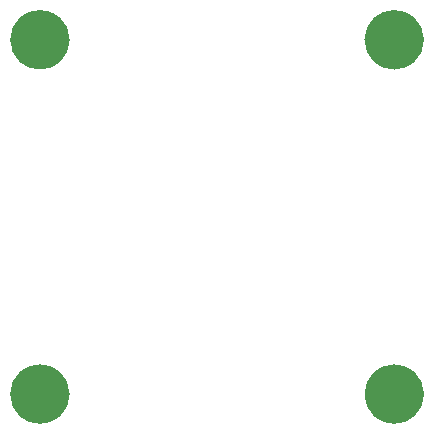
<source format=gbs>
%TF.GenerationSoftware,KiCad,Pcbnew,8.0.8*%
%TF.CreationDate,2025-01-29T17:06:01+00:00*%
%TF.ProjectId,ec30_3x3_l_mh_0.1,65633330-5f33-4783-935f-6c5f6d685f30,v0.1*%
%TF.SameCoordinates,PX8d24d00PY36d6160*%
%TF.FileFunction,Soldermask,Bot*%
%TF.FilePolarity,Negative*%
%FSLAX46Y46*%
G04 Gerber Fmt 4.6, Leading zero omitted, Abs format (unit mm)*
G04 Created by KiCad (PCBNEW 8.0.8) date 2025-01-29 17:06:01*
%MOMM*%
%LPD*%
G01*
G04 APERTURE LIST*
%ADD10C,2.500000*%
G04 APERTURE END LIST*
%TO.C,MH3*%
D10*
X-13750800Y-15000800D02*
G75*
G02*
X-16250800Y-15000800I-1250000J0D01*
G01*
X-16250800Y-15000800D02*
G75*
G02*
X-13750800Y-15000800I1250000J0D01*
G01*
%TO.C,MH4*%
X16250000Y-14999999D02*
G75*
G02*
X13750000Y-14999999I-1250000J0D01*
G01*
X13750000Y-14999999D02*
G75*
G02*
X16250000Y-14999999I1250000J0D01*
G01*
%TO.C,MH2*%
X16250000Y15000000D02*
G75*
G02*
X13750000Y15000000I-1250000J0D01*
G01*
X13750000Y15000000D02*
G75*
G02*
X16250000Y15000000I1250000J0D01*
G01*
%TO.C,MH1*%
X-13750000Y15000001D02*
G75*
G02*
X-16250000Y15000001I-1250000J0D01*
G01*
X-16250000Y15000001D02*
G75*
G02*
X-13750000Y15000001I1250000J0D01*
G01*
%TD*%
M02*

</source>
